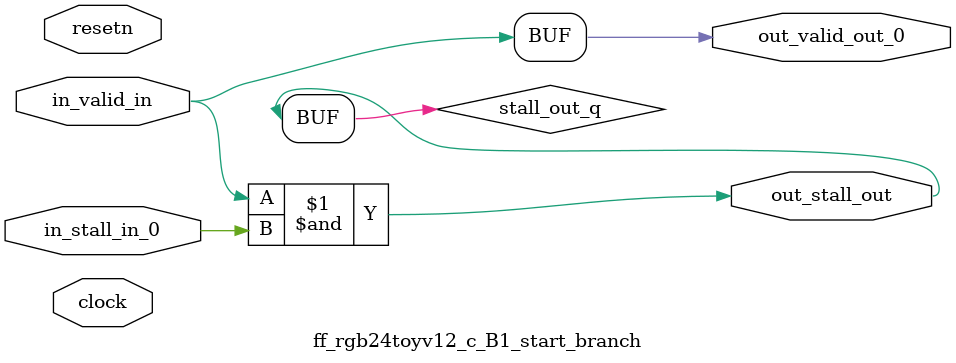
<source format=sv>



(* altera_attribute = "-name AUTO_SHIFT_REGISTER_RECOGNITION OFF; -name MESSAGE_DISABLE 10036; -name MESSAGE_DISABLE 10037; -name MESSAGE_DISABLE 14130; -name MESSAGE_DISABLE 14320; -name MESSAGE_DISABLE 15400; -name MESSAGE_DISABLE 14130; -name MESSAGE_DISABLE 10036; -name MESSAGE_DISABLE 12020; -name MESSAGE_DISABLE 12030; -name MESSAGE_DISABLE 12010; -name MESSAGE_DISABLE 12110; -name MESSAGE_DISABLE 14320; -name MESSAGE_DISABLE 13410; -name MESSAGE_DISABLE 113007; -name MESSAGE_DISABLE 10958" *)
module ff_rgb24toyv12_c_B1_start_branch (
    input wire [0:0] in_stall_in_0,
    input wire [0:0] in_valid_in,
    output wire [0:0] out_stall_out,
    output wire [0:0] out_valid_out_0,
    input wire clock,
    input wire resetn
    );

    wire [0:0] stall_out_q;


    // stall_out(LOGICAL,6)
    assign stall_out_q = in_valid_in & in_stall_in_0;

    // out_stall_out(GPOUT,4)
    assign out_stall_out = stall_out_q;

    // out_valid_out_0(GPOUT,5)
    assign out_valid_out_0 = in_valid_in;

endmodule

</source>
